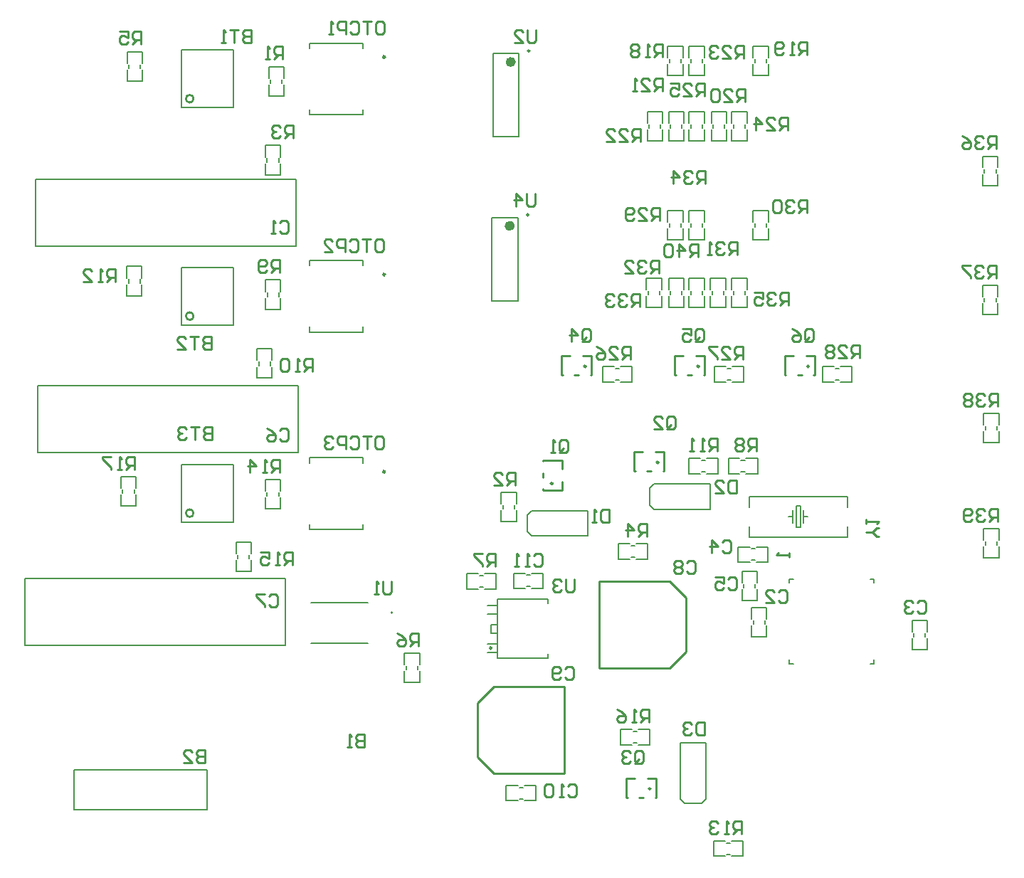
<source format=gbo>
G04*
G04 #@! TF.GenerationSoftware,Altium Limited,Altium Designer,18.0.7 (293)*
G04*
G04 Layer_Color=32896*
%FSTAX24Y24*%
%MOIN*%
G70*
G01*
G75*
%ADD11C,0.0100*%
%ADD12C,0.0050*%
%ADD66C,0.0236*%
%ADD85C,0.0098*%
%ADD86C,0.0118*%
%ADD87C,0.0079*%
%ADD88C,0.0070*%
%ADD89C,0.0060*%
D11*
X019055Y035801D02*
G03*
X019055Y035801I-00018J0D01*
G01*
Y026572D02*
G03*
X019055Y026572I-00018J0D01*
G01*
Y045986D02*
G03*
X019055Y045986I-00018J0D01*
G01*
X039923Y013257D02*
X040123D01*
X039323D02*
X039373D01*
X039323D02*
Y014157D01*
X039723D01*
X040673Y013257D02*
X040723D01*
Y014157D01*
X040323D02*
X040723D01*
X040294Y02855D02*
X040494D01*
X039694D02*
X039744D01*
X039694D02*
Y02945D01*
X040094D01*
X041044Y02855D02*
X041094D01*
Y02945D01*
X040694D02*
X041094D01*
X035431Y028254D02*
Y028454D01*
Y029004D02*
Y029054D01*
X036331D01*
Y028654D02*
Y029054D01*
X035431Y027654D02*
Y027704D01*
Y027654D02*
X036331D01*
Y028054D01*
X036894Y033049D02*
X037094D01*
X036294D02*
X036344D01*
X036294D02*
Y033949D01*
X036694D01*
X037644Y033049D02*
X037694D01*
Y033949D01*
X037294D02*
X037694D01*
X047344Y033049D02*
X047544D01*
X046744D02*
X046794D01*
X046744D02*
Y033949D01*
X047144D01*
X048094Y033049D02*
X048144D01*
Y033949D01*
X047744D02*
X048144D01*
X042194Y033049D02*
X042394D01*
X041594D02*
X041644D01*
X041594D02*
Y033949D01*
X041994D01*
X042944Y033049D02*
X042994D01*
Y033949D01*
X042594D02*
X042994D01*
X036422Y014372D02*
Y018428D01*
X032367Y015128D02*
X033122Y014372D01*
X036422D01*
X032367Y015128D02*
Y017672D01*
X033122Y018428D01*
X036422D01*
X038067Y019322D02*
Y023378D01*
X041367D02*
X042122Y022622D01*
X038067Y023378D02*
X041367D01*
X042122Y020078D02*
Y022622D01*
X041367Y019322D02*
X042122Y020078D01*
X038067Y019322D02*
X041367D01*
X022601Y022667D02*
X022701Y022767D01*
X022901D01*
X023001Y022667D01*
Y022267D01*
X022901Y022167D01*
X022701D01*
X022601Y022267D01*
X022401Y022767D02*
X022001D01*
Y022667D01*
X022401Y022267D01*
Y022167D01*
X023081Y030431D02*
X023181Y030531D01*
X023381D01*
X023481Y030431D01*
Y030031D01*
X023381Y029931D01*
X023181D01*
X023081Y030031D01*
X022481Y030531D02*
X022681Y030431D01*
X022881Y030231D01*
Y030031D01*
X022781Y029931D01*
X022581D01*
X022481Y030031D01*
Y030131D01*
X022581Y030231D01*
X022881D01*
X023105Y040183D02*
X023205Y040283D01*
X023405D01*
X023505Y040183D01*
Y039783D01*
X023405Y039683D01*
X023205D01*
X023105Y039783D01*
X022905Y039683D02*
X022705D01*
X022805D01*
Y040283D01*
X022905Y040183D01*
X015391Y037407D02*
Y038007D01*
X015091D01*
X014991Y037907D01*
Y037707D01*
X015091Y037607D01*
X015391D01*
X015191D02*
X014991Y037407D01*
X014791D02*
X014591D01*
X014691D01*
Y038007D01*
X014791Y037907D01*
X013891Y037407D02*
X014291D01*
X013891Y037807D01*
Y037907D01*
X013991Y038007D01*
X014191D01*
X014291Y037907D01*
X019879Y03485D02*
Y03425D01*
X019579D01*
X019479Y03435D01*
Y03445D01*
X019579Y03455D01*
X019879D01*
X019579D01*
X019479Y03465D01*
Y03475D01*
X019579Y03485D01*
X019879D01*
X019279D02*
X018879D01*
X019079D01*
Y03425D01*
X018279D02*
X018679D01*
X018279Y03465D01*
Y03475D01*
X018379Y03485D01*
X018579D01*
X018679Y03475D01*
X023721Y044128D02*
Y044728D01*
X023421D01*
X023321Y044628D01*
Y044428D01*
X023421Y044328D01*
X023721D01*
X023521D02*
X023321Y044128D01*
X023121Y044628D02*
X023021Y044728D01*
X022822D01*
X022722Y044628D01*
Y044528D01*
X022822Y044428D01*
X022922D01*
X022822D01*
X022722Y044328D01*
Y044228D01*
X022822Y044128D01*
X023021D01*
X023121Y044228D01*
X028325Y023393D02*
Y022893D01*
X028225Y022793D01*
X028025D01*
X027925Y022893D01*
Y023393D01*
X027725Y022793D02*
X027525D01*
X027625D01*
Y023393D01*
X027725Y023293D01*
X016299Y028618D02*
Y029218D01*
X015999D01*
X015899Y029118D01*
Y028918D01*
X015999Y028818D01*
X016299D01*
X016099D02*
X015899Y028618D01*
X015699D02*
X015499D01*
X015599D01*
Y029218D01*
X015699Y029118D01*
X015199Y029218D02*
X0148D01*
Y029118D01*
X015199Y028718D01*
Y028618D01*
X023678Y024136D02*
Y024736D01*
X023378D01*
X023278Y024636D01*
Y024436D01*
X023378Y024336D01*
X023678D01*
X023478D02*
X023278Y024136D01*
X023078D02*
X022878D01*
X022978D01*
Y024736D01*
X023078Y024636D01*
X022178Y024736D02*
X022578D01*
Y024436D01*
X022378Y024536D01*
X022278D01*
X022178Y024436D01*
Y024236D01*
X022278Y024136D01*
X022478D01*
X022578Y024236D01*
X023075Y028493D02*
Y029093D01*
X022775D01*
X022675Y028993D01*
Y028793D01*
X022775Y028693D01*
X023075D01*
X022875D02*
X022675Y028493D01*
X022475D02*
X022275D01*
X022375D01*
Y029093D01*
X022475Y028993D01*
X021675Y028493D02*
Y029093D01*
X021975Y028793D01*
X021575D01*
X024607Y033222D02*
Y033822D01*
X024307D01*
X024207Y033722D01*
Y033522D01*
X024307Y033422D01*
X024607D01*
X024407D02*
X024207Y033222D01*
X024007D02*
X023807D01*
X023907D01*
Y033822D01*
X024007Y033722D01*
X023507D02*
X023407Y033822D01*
X023208D01*
X023108Y033722D01*
Y033322D01*
X023208Y033222D01*
X023407D01*
X023507Y033322D01*
Y033722D01*
X023073Y037841D02*
Y038441D01*
X022773D01*
X022673Y038341D01*
Y038141D01*
X022773Y038041D01*
X023073D01*
X022873D02*
X022673Y037841D01*
X022473Y037941D02*
X022373Y037841D01*
X022173D01*
X022073Y037941D01*
Y038341D01*
X022173Y038441D01*
X022373D01*
X022473Y038341D01*
Y038241D01*
X022373Y038141D01*
X022073D01*
X029579Y020344D02*
Y020944D01*
X029279D01*
X029179Y020844D01*
Y020644D01*
X029279Y020544D01*
X029579D01*
X029379D02*
X029179Y020344D01*
X028579Y020944D02*
X028779Y020844D01*
X028979Y020644D01*
Y020444D01*
X028879Y020344D01*
X028679D01*
X028579Y020444D01*
Y020544D01*
X028679Y020644D01*
X028979D01*
X016585Y048537D02*
Y049137D01*
X016285D01*
X016185Y049037D01*
Y048837D01*
X016285Y048737D01*
X016585D01*
X016385D02*
X016185Y048537D01*
X015585Y049137D02*
X015985D01*
Y048837D01*
X015785Y048937D01*
X015685D01*
X015585Y048837D01*
Y048637D01*
X015685Y048537D01*
X015885D01*
X015985Y048637D01*
X023229Y047834D02*
Y048434D01*
X022929D01*
X022829Y048334D01*
Y048134D01*
X022929Y048034D01*
X023229D01*
X023029D02*
X022829Y047834D01*
X02263D02*
X02243D01*
X02253D01*
Y048434D01*
X02263Y048334D01*
X027672Y030173D02*
X027872D01*
X027972Y030073D01*
Y029673D01*
X027872Y029573D01*
X027672D01*
X027572Y029673D01*
Y030073D01*
X027672Y030173D01*
X027373D02*
X026973D01*
X027173D01*
Y029573D01*
X026373Y030073D02*
X026473Y030173D01*
X026673D01*
X026773Y030073D01*
Y029673D01*
X026673Y029573D01*
X026473D01*
X026373Y029673D01*
X026173Y029573D02*
Y030173D01*
X025873D01*
X025773Y030073D01*
Y029873D01*
X025873Y029773D01*
X026173D01*
X025573Y030073D02*
X025473Y030173D01*
X025273D01*
X025173Y030073D01*
Y029973D01*
X025273Y029873D01*
X025373D01*
X025273D01*
X025173Y029773D01*
Y029673D01*
X025273Y029573D01*
X025473D01*
X025573Y029673D01*
X027672Y039416D02*
X027872D01*
X027972Y039316D01*
Y038916D01*
X027872Y038816D01*
X027672D01*
X027572Y038916D01*
Y039316D01*
X027672Y039416D01*
X027372D02*
X026972D01*
X027172D01*
Y038816D01*
X026372Y039316D02*
X026472Y039416D01*
X026672D01*
X026772Y039316D01*
Y038916D01*
X026672Y038816D01*
X026472D01*
X026372Y038916D01*
X026172Y038816D02*
Y039416D01*
X025872D01*
X025772Y039316D01*
Y039116D01*
X025872Y039016D01*
X026172D01*
X025173Y038816D02*
X025572D01*
X025173Y039216D01*
Y039316D01*
X025272Y039416D01*
X025472D01*
X025572Y039316D01*
X027675Y049599D02*
X027875D01*
X027975Y049499D01*
Y049099D01*
X027875Y048999D01*
X027675D01*
X027575Y049099D01*
Y049499D01*
X027675Y049599D01*
X027375D02*
X026975D01*
X027175D01*
Y048999D01*
X026376Y049499D02*
X026476Y049599D01*
X026676D01*
X026776Y049499D01*
Y049099D01*
X026676Y048999D01*
X026476D01*
X026376Y049099D01*
X026176Y048999D02*
Y049599D01*
X025876D01*
X025776Y049499D01*
Y049299D01*
X025876Y049199D01*
X026176D01*
X025576Y048999D02*
X025376D01*
X025476D01*
Y049599D01*
X025576Y049499D01*
X019914Y030623D02*
Y030024D01*
X019614D01*
X019514Y030124D01*
Y030224D01*
X019614Y030324D01*
X019914D01*
X019614D01*
X019514Y030423D01*
Y030523D01*
X019614Y030623D01*
X019914D01*
X019314D02*
X018915D01*
X019114D01*
Y030024D01*
X018715Y030523D02*
X018615Y030623D01*
X018415D01*
X018315Y030523D01*
Y030423D01*
X018415Y030324D01*
X018515D01*
X018415D01*
X018315Y030224D01*
Y030124D01*
X018415Y030024D01*
X018615D01*
X018715Y030124D01*
X02176Y0492D02*
Y0486D01*
X02146D01*
X02136Y0487D01*
Y0488D01*
X02146Y0489D01*
X02176D01*
X02146D01*
X02136Y049D01*
Y0491D01*
X02146Y0492D01*
X02176D01*
X02116D02*
X02076D01*
X02096D01*
Y0486D01*
X02056D02*
X02036D01*
X02046D01*
Y0492D01*
X02056Y0491D01*
X019605Y015486D02*
Y014886D01*
X019305D01*
X019205Y014986D01*
Y015086D01*
X019305Y015186D01*
X019605D01*
X019305D01*
X019205Y015286D01*
Y015386D01*
X019305Y015486D01*
X019605D01*
X018605Y014886D02*
X019005D01*
X018605Y015286D01*
Y015386D01*
X018705Y015486D01*
X018905D01*
X019005Y015386D01*
X027056Y0162D02*
Y0156D01*
X026756D01*
X026656Y0157D01*
Y0158D01*
X026756Y0159D01*
X027056D01*
X026756D01*
X026656Y016D01*
Y0161D01*
X026756Y0162D01*
X027056D01*
X026456Y0156D02*
X026256D01*
X026356D01*
Y0162D01*
X026456Y0161D01*
X040274Y02547D02*
Y02607D01*
X039975D01*
X039875Y02597D01*
Y02577D01*
X039975Y02567D01*
X040274D01*
X040075D02*
X039875Y02547D01*
X039375D02*
Y02607D01*
X039675Y02577D01*
X039275D01*
X034114Y02788D02*
Y02848D01*
X033815D01*
X033715Y02838D01*
Y02818D01*
X033815Y02808D01*
X034114D01*
X033915D02*
X033715Y02788D01*
X033115D02*
X033515D01*
X033115Y02828D01*
Y02838D01*
X033215Y02848D01*
X033415D01*
X033515Y02838D01*
X0362Y0295D02*
Y0299D01*
X0363Y03D01*
X0365D01*
X0366Y0299D01*
Y0295D01*
X0365Y0294D01*
X0363D01*
X0364Y0296D02*
X0362Y0294D01*
X0363D02*
X0362Y0295D01*
X036Y0294D02*
X0358D01*
X0359D01*
Y03D01*
X036Y0299D01*
X038511Y02673D02*
Y02613D01*
X038211D01*
X038111Y02623D01*
Y02663D01*
X038211Y02673D01*
X038511D01*
X037911Y02613D02*
X037711D01*
X037811D01*
Y02673D01*
X037911Y02663D01*
X036904Y02348D02*
Y02298D01*
X036804Y02288D01*
X036604D01*
X036504Y02298D01*
Y02348D01*
X036305Y02338D02*
X036205Y02348D01*
X036005D01*
X035905Y02338D01*
Y02328D01*
X036005Y02318D01*
X036105D01*
X036005D01*
X035905Y02308D01*
Y02298D01*
X036005Y02288D01*
X036205D01*
X036305Y02298D01*
X051163Y025468D02*
X051063D01*
X050863Y025668D01*
X051063Y025868D01*
X051163D01*
X050863Y025668D02*
X050563D01*
Y026068D02*
Y026268D01*
Y026168D01*
X051163D01*
X051063Y026068D01*
X035054Y041544D02*
Y041045D01*
X034954Y040945D01*
X034754D01*
X034654Y041045D01*
Y041544D01*
X034154Y040945D02*
Y041544D01*
X034454Y041245D01*
X034054D01*
X035104Y049222D02*
Y048722D01*
X035005Y048622D01*
X034805D01*
X034705Y048722D01*
Y049222D01*
X034105Y048622D02*
X034505D01*
X034105Y049022D01*
Y049122D01*
X034205Y049222D01*
X034405D01*
X034505Y049122D01*
X042696Y038563D02*
Y039163D01*
X042396D01*
X042296Y039063D01*
Y038863D01*
X042396Y038763D01*
X042696D01*
X042496D02*
X042296Y038563D01*
X041796D02*
Y039163D01*
X042096Y038863D01*
X041696D01*
X041496Y039063D02*
X041396Y039163D01*
X041196D01*
X041096Y039063D01*
Y038663D01*
X041196Y038563D01*
X041396D01*
X041496Y038663D01*
Y039063D01*
X056714Y02618D02*
Y02678D01*
X056415D01*
X056315Y02668D01*
Y02648D01*
X056415Y02638D01*
X056714D01*
X056515D02*
X056315Y02618D01*
X056115Y02668D02*
X056015Y02678D01*
X055815D01*
X055715Y02668D01*
Y02658D01*
X055815Y02648D01*
X055915D01*
X055815D01*
X055715Y02638D01*
Y02628D01*
X055815Y02618D01*
X056015D01*
X056115Y02628D01*
X055515D02*
X055415Y02618D01*
X055215D01*
X055115Y02628D01*
Y02668D01*
X055215Y02678D01*
X055415D01*
X055515Y02668D01*
Y02658D01*
X055415Y02648D01*
X055115D01*
X056714Y03158D02*
Y03218D01*
X056415D01*
X056315Y03208D01*
Y03188D01*
X056415Y03178D01*
X056714D01*
X056515D02*
X056315Y03158D01*
X056115Y03208D02*
X056015Y03218D01*
X055815D01*
X055715Y03208D01*
Y03198D01*
X055815Y03188D01*
X055915D01*
X055815D01*
X055715Y03178D01*
Y03168D01*
X055815Y03158D01*
X056015D01*
X056115Y03168D01*
X055515Y03208D02*
X055415Y03218D01*
X055215D01*
X055115Y03208D01*
Y03198D01*
X055215Y03188D01*
X055115Y03178D01*
Y03168D01*
X055215Y03158D01*
X055415D01*
X055515Y03168D01*
Y03178D01*
X055415Y03188D01*
X055515Y03198D01*
Y03208D01*
X055415Y03188D02*
X055215D01*
X056664Y03758D02*
Y03818D01*
X056365D01*
X056265Y03808D01*
Y03788D01*
X056365Y03778D01*
X056664D01*
X056465D02*
X056265Y03758D01*
X056065Y03808D02*
X055965Y03818D01*
X055765D01*
X055665Y03808D01*
Y03798D01*
X055765Y03788D01*
X055865D01*
X055765D01*
X055665Y03778D01*
Y03768D01*
X055765Y03758D01*
X055965D01*
X056065Y03768D01*
X055465Y03818D02*
X055065D01*
Y03808D01*
X055465Y03768D01*
Y03758D01*
X056664Y04363D02*
Y04423D01*
X056365D01*
X056265Y04413D01*
Y04393D01*
X056365Y04383D01*
X056664D01*
X056465D02*
X056265Y04363D01*
X056065Y04413D02*
X055965Y04423D01*
X055765D01*
X055665Y04413D01*
Y04403D01*
X055765Y04393D01*
X055865D01*
X055765D01*
X055665Y04383D01*
Y04373D01*
X055765Y04363D01*
X055965D01*
X056065Y04373D01*
X055065Y04423D02*
X055265Y04413D01*
X055465Y04393D01*
Y04373D01*
X055365Y04363D01*
X055165D01*
X055065Y04373D01*
Y04383D01*
X055165Y04393D01*
X055465D01*
X046912Y036305D02*
Y036905D01*
X046612D01*
X046512Y036805D01*
Y036605D01*
X046612Y036505D01*
X046912D01*
X046712D02*
X046512Y036305D01*
X046312Y036805D02*
X046212Y036905D01*
X046013D01*
X045913Y036805D01*
Y036705D01*
X046013Y036605D01*
X046112D01*
X046013D01*
X045913Y036505D01*
Y036405D01*
X046013Y036305D01*
X046212D01*
X046312Y036405D01*
X045313Y036905D02*
X045713D01*
Y036605D01*
X045513Y036705D01*
X045413D01*
X045313Y036605D01*
Y036405D01*
X045413Y036305D01*
X045613D01*
X045713Y036405D01*
X043015Y042016D02*
Y042616D01*
X042715D01*
X042615Y042516D01*
Y042316D01*
X042715Y042216D01*
X043015D01*
X042815D02*
X042615Y042016D01*
X042415Y042516D02*
X042315Y042616D01*
X042115D01*
X042015Y042516D01*
Y042416D01*
X042115Y042316D01*
X042215D01*
X042115D01*
X042015Y042216D01*
Y042116D01*
X042115Y042016D01*
X042315D01*
X042415Y042116D01*
X041515Y042016D02*
Y042616D01*
X041815Y042316D01*
X041415D01*
X039961Y03623D02*
Y03683D01*
X039662D01*
X039562Y03673D01*
Y03653D01*
X039662Y03643D01*
X039961D01*
X039761D02*
X039562Y03623D01*
X039362Y03673D02*
X039262Y03683D01*
X039062D01*
X038962Y03673D01*
Y03663D01*
X039062Y03653D01*
X039162D01*
X039062D01*
X038962Y03643D01*
Y03633D01*
X039062Y03623D01*
X039262D01*
X039362Y03633D01*
X038762Y03673D02*
X038662Y03683D01*
X038462D01*
X038362Y03673D01*
Y03663D01*
X038462Y03653D01*
X038562D01*
X038462D01*
X038362Y03643D01*
Y03633D01*
X038462Y03623D01*
X038662D01*
X038762Y03633D01*
X040867Y037825D02*
Y038425D01*
X040567D01*
X040467Y038325D01*
Y038125D01*
X040567Y038025D01*
X040867D01*
X040667D02*
X040467Y037825D01*
X040267Y038325D02*
X040167Y038425D01*
X039967D01*
X039867Y038325D01*
Y038225D01*
X039967Y038125D01*
X040067D01*
X039967D01*
X039867Y038025D01*
Y037925D01*
X039967Y037825D01*
X040167D01*
X040267Y037925D01*
X039267Y037825D02*
X039667D01*
X039267Y038225D01*
Y038325D01*
X039367Y038425D01*
X039567D01*
X039667Y038325D01*
X044522Y038665D02*
Y039265D01*
X044223D01*
X044123Y039165D01*
Y038965D01*
X044223Y038865D01*
X044522D01*
X044323D02*
X044123Y038665D01*
X043923Y039165D02*
X043823Y039265D01*
X043623D01*
X043523Y039165D01*
Y039065D01*
X043623Y038965D01*
X043723D01*
X043623D01*
X043523Y038865D01*
Y038765D01*
X043623Y038665D01*
X043823D01*
X043923Y038765D01*
X043323Y038665D02*
X043123D01*
X043223D01*
Y039265D01*
X043323Y039165D01*
X04779Y040646D02*
Y041245D01*
X04749D01*
X04739Y041146D01*
Y040946D01*
X04749Y040846D01*
X04779D01*
X04759D02*
X04739Y040646D01*
X04719Y041146D02*
X04709Y041245D01*
X04689D01*
X04679Y041146D01*
Y041046D01*
X04689Y040946D01*
X04699D01*
X04689D01*
X04679Y040846D01*
Y040746D01*
X04689Y040646D01*
X04709D01*
X04719Y040746D01*
X046591Y041146D02*
X046491Y041245D01*
X046291D01*
X046191Y041146D01*
Y040746D01*
X046291Y040646D01*
X046491D01*
X046591Y040746D01*
Y041146D01*
X040883Y040262D02*
Y040862D01*
X040583D01*
X040483Y040762D01*
Y040562D01*
X040583Y040462D01*
X040883D01*
X040683D02*
X040483Y040262D01*
X039883D02*
X040283D01*
X039883Y040662D01*
Y040762D01*
X039983Y040862D01*
X040183D01*
X040283Y040762D01*
X039683Y040362D02*
X039583Y040262D01*
X039383D01*
X039283Y040362D01*
Y040762D01*
X039383Y040862D01*
X039583D01*
X039683Y040762D01*
Y040662D01*
X039583Y040562D01*
X039283D01*
X050243Y033854D02*
Y034454D01*
X049943D01*
X049843Y034354D01*
Y034154D01*
X049943Y034054D01*
X050243D01*
X050043D02*
X049843Y033854D01*
X049243D02*
X049643D01*
X049243Y034254D01*
Y034354D01*
X049343Y034454D01*
X049543D01*
X049643Y034354D01*
X049043D02*
X048943Y034454D01*
X048743D01*
X048643Y034354D01*
Y034254D01*
X048743Y034154D01*
X048643Y034054D01*
Y033954D01*
X048743Y033854D01*
X048943D01*
X049043Y033954D01*
Y034054D01*
X048943Y034154D01*
X049043Y034254D01*
Y034354D01*
X048943Y034154D02*
X048743D01*
X044774Y03377D02*
Y03437D01*
X044475D01*
X044375Y03427D01*
Y03407D01*
X044475Y03397D01*
X044774D01*
X044575D02*
X044375Y03377D01*
X043775D02*
X044175D01*
X043775Y03417D01*
Y03427D01*
X043875Y03437D01*
X044075D01*
X044175Y03427D01*
X043575Y03437D02*
X043175D01*
Y03427D01*
X043575Y03387D01*
Y03377D01*
X039524D02*
Y03437D01*
X039225D01*
X039125Y03427D01*
Y03407D01*
X039225Y03397D01*
X039524D01*
X039325D02*
X039125Y03377D01*
X038525D02*
X038925D01*
X038525Y03417D01*
Y03427D01*
X038625Y03437D01*
X038825D01*
X038925Y03427D01*
X037925Y03437D02*
X038125Y03427D01*
X038325Y03407D01*
Y03387D01*
X038225Y03377D01*
X038025D01*
X037925Y03387D01*
Y03397D01*
X038025Y03407D01*
X038325D01*
X042997Y04612D02*
Y04672D01*
X042697D01*
X042597Y04662D01*
Y04642D01*
X042697Y04632D01*
X042997D01*
X042797D02*
X042597Y04612D01*
X041997D02*
X042397D01*
X041997Y04652D01*
Y04662D01*
X042097Y04672D01*
X042297D01*
X042397Y04662D01*
X041397Y04672D02*
X041797D01*
Y04642D01*
X041597Y04652D01*
X041497D01*
X041397Y04642D01*
Y04622D01*
X041497Y04612D01*
X041697D01*
X041797Y04622D01*
X046904Y044512D02*
Y045112D01*
X046604D01*
X046504Y045012D01*
Y044812D01*
X046604Y044712D01*
X046904D01*
X046704D02*
X046504Y044512D01*
X045905D02*
X046305D01*
X045905Y044912D01*
Y045012D01*
X046005Y045112D01*
X046205D01*
X046305Y045012D01*
X045405Y044512D02*
Y045112D01*
X045705Y044812D01*
X045305D01*
X044818Y047866D02*
Y048466D01*
X044518D01*
X044418Y048366D01*
Y048166D01*
X044518Y048066D01*
X044818D01*
X044618D02*
X044418Y047866D01*
X043818D02*
X044218D01*
X043818Y048266D01*
Y048366D01*
X043918Y048466D01*
X044118D01*
X044218Y048366D01*
X043618D02*
X043518Y048466D01*
X043318D01*
X043218Y048366D01*
Y048266D01*
X043318Y048166D01*
X043418D01*
X043318D01*
X043218Y048066D01*
Y047966D01*
X043318Y047866D01*
X043518D01*
X043618Y047966D01*
X039995Y04399D02*
Y04459D01*
X039695D01*
X039595Y04449D01*
Y04429D01*
X039695Y04419D01*
X039995D01*
X039795D02*
X039595Y04399D01*
X038995D02*
X039395D01*
X038995Y04439D01*
Y04449D01*
X039095Y04459D01*
X039295D01*
X039395Y04449D01*
X038395Y04399D02*
X038795D01*
X038395Y04439D01*
Y04449D01*
X038495Y04459D01*
X038695D01*
X038795Y04449D01*
X041007Y046344D02*
Y046944D01*
X040707D01*
X040607Y046844D01*
Y046644D01*
X040707Y046544D01*
X041007D01*
X040807D02*
X040607Y046344D01*
X040007D02*
X040407D01*
X040007Y046744D01*
Y046844D01*
X040107Y046944D01*
X040307D01*
X040407Y046844D01*
X039807Y046344D02*
X039607D01*
X039707D01*
Y046944D01*
X039807Y046844D01*
X044893Y045854D02*
Y046454D01*
X044593D01*
X044493Y046354D01*
Y046154D01*
X044593Y046054D01*
X044893D01*
X044693D02*
X044493Y045854D01*
X043893D02*
X044293D01*
X043893Y046254D01*
Y046354D01*
X043993Y046454D01*
X044193D01*
X044293Y046354D01*
X043693D02*
X043593Y046454D01*
X043393D01*
X043293Y046354D01*
Y045954D01*
X043393Y045854D01*
X043593D01*
X043693Y045954D01*
Y046354D01*
X047788Y048037D02*
Y048637D01*
X047488D01*
X047388Y048537D01*
Y048337D01*
X047488Y048237D01*
X047788D01*
X047588D02*
X047388Y048037D01*
X047188D02*
X046988D01*
X047088D01*
Y048637D01*
X047188Y048537D01*
X046689Y048137D02*
X046589Y048037D01*
X046389D01*
X046289Y048137D01*
Y048537D01*
X046389Y048637D01*
X046589D01*
X046689Y048537D01*
Y048437D01*
X046589Y048337D01*
X046289D01*
X041007Y047929D02*
Y048529D01*
X040707D01*
X040607Y048429D01*
Y048229D01*
X040707Y048129D01*
X041007D01*
X040807D02*
X040607Y047929D01*
X040407D02*
X040207D01*
X040307D01*
Y048529D01*
X040407Y048429D01*
X039907D02*
X039807Y048529D01*
X039607D01*
X039507Y048429D01*
Y048329D01*
X039607Y048229D01*
X039507Y048129D01*
Y048029D01*
X039607Y047929D01*
X039807D01*
X039907Y048029D01*
Y048129D01*
X039807Y048229D01*
X039907Y048329D01*
Y048429D01*
X039807Y048229D02*
X039607D01*
X040374Y01677D02*
Y01737D01*
X040075D01*
X039975Y01727D01*
Y01707D01*
X040075Y01697D01*
X040374D01*
X040175D02*
X039975Y01677D01*
X039775D02*
X039575D01*
X039675D01*
Y01737D01*
X039775Y01727D01*
X038875Y01737D02*
X039075Y01727D01*
X039275Y01707D01*
Y01687D01*
X039175Y01677D01*
X038975D01*
X038875Y01687D01*
Y01697D01*
X038975Y01707D01*
X039275D01*
X044734Y011547D02*
Y012147D01*
X044434D01*
X044334Y012047D01*
Y011847D01*
X044434Y011747D01*
X044734D01*
X044534D02*
X044334Y011547D01*
X044134D02*
X043934D01*
X044034D01*
Y012147D01*
X044134Y012047D01*
X043634D02*
X043534Y012147D01*
X043334D01*
X043234Y012047D01*
Y011947D01*
X043334Y011847D01*
X043434D01*
X043334D01*
X043234Y011747D01*
Y011647D01*
X043334Y011547D01*
X043534D01*
X043634Y011647D01*
X043573Y029468D02*
Y030068D01*
X043273D01*
X043173Y029968D01*
Y029768D01*
X043273Y029668D01*
X043573D01*
X043373D02*
X043173Y029468D01*
X042973D02*
X042773D01*
X042873D01*
Y030068D01*
X042973Y029968D01*
X042473Y029468D02*
X042273D01*
X042373D01*
Y030068D01*
X042473Y029968D01*
X045421Y029471D02*
Y030071D01*
X045121D01*
X045021Y029971D01*
Y029771D01*
X045121Y029671D01*
X045421D01*
X045221D02*
X045021Y029471D01*
X044821Y029971D02*
X044721Y030071D01*
X044521D01*
X044421Y029971D01*
Y029871D01*
X044521Y029771D01*
X044421Y029671D01*
Y029571D01*
X044521Y029471D01*
X044721D01*
X044821Y029571D01*
Y029671D01*
X044721Y029771D01*
X044821Y029871D01*
Y029971D01*
X044721Y029771D02*
X044521D01*
X033174Y02407D02*
Y02467D01*
X032875D01*
X032775Y02457D01*
Y02437D01*
X032875Y02427D01*
X033174D01*
X032975D02*
X032775Y02407D01*
X032575Y02467D02*
X032175D01*
Y02457D01*
X032575Y02417D01*
Y02407D01*
X047695Y034717D02*
Y035117D01*
X047795Y035217D01*
X047995D01*
X048094Y035117D01*
Y034717D01*
X047995Y034617D01*
X047795D01*
X047895Y034817D02*
X047695Y034617D01*
X047795D02*
X047695Y034717D01*
X047095Y035217D02*
X047295Y035117D01*
X047495Y034917D01*
Y034717D01*
X047395Y034617D01*
X047195D01*
X047095Y034717D01*
Y034817D01*
X047195Y034917D01*
X047495D01*
X042545Y034717D02*
Y035117D01*
X042645Y035217D01*
X042845D01*
X042944Y035117D01*
Y034717D01*
X042845Y034617D01*
X042645D01*
X042745Y034817D02*
X042545Y034617D01*
X042645D02*
X042545Y034717D01*
X041945Y035217D02*
X042345D01*
Y034917D01*
X042145Y035017D01*
X042045D01*
X041945Y034917D01*
Y034717D01*
X042045Y034617D01*
X042245D01*
X042345Y034717D01*
X037245D02*
Y035117D01*
X037345Y035217D01*
X037545D01*
X037644Y035117D01*
Y034717D01*
X037545Y034617D01*
X037345D01*
X037445Y034817D02*
X037245Y034617D01*
X037345D02*
X037245Y034717D01*
X036745Y034617D02*
Y035217D01*
X037045Y034917D01*
X036645D01*
X039735Y014942D02*
Y015342D01*
X039835Y015442D01*
X040035D01*
X040135Y015342D01*
Y014942D01*
X040035Y014843D01*
X039835D01*
X039935Y015042D02*
X039735Y014843D01*
X039835D02*
X039735Y014942D01*
X039535Y015342D02*
X039435Y015442D01*
X039235D01*
X039135Y015342D01*
Y015242D01*
X039235Y015142D01*
X039335D01*
X039235D01*
X039135Y015042D01*
Y014942D01*
X039235Y014843D01*
X039435D01*
X039535Y014942D01*
X041215Y03061D02*
Y03101D01*
X041315Y03111D01*
X041515D01*
X041614Y03101D01*
Y03061D01*
X041515Y03051D01*
X041315D01*
X041415Y03071D02*
X041215Y03051D01*
X041315D02*
X041215Y03061D01*
X040615Y03051D02*
X041015D01*
X040615Y03091D01*
Y03101D01*
X040715Y03111D01*
X040915D01*
X041015Y03101D01*
X042979Y016761D02*
Y016161D01*
X042679D01*
X042579Y016261D01*
Y016661D01*
X042679Y016761D01*
X042979D01*
X042379Y016661D02*
X042279Y016761D01*
X042079D01*
X041979Y016661D01*
Y016561D01*
X042079Y016461D01*
X042179D01*
X042079D01*
X041979Y016361D01*
Y016261D01*
X042079Y016161D01*
X042279D01*
X042379Y016261D01*
X044489Y028108D02*
Y027508D01*
X044189D01*
X044089Y027608D01*
Y028008D01*
X044189Y028108D01*
X044489D01*
X043489Y027508D02*
X043889D01*
X043489Y027908D01*
Y028008D01*
X043589Y028108D01*
X043789D01*
X043889Y028008D01*
X034975Y02459D02*
X035075Y02469D01*
X035275D01*
X035374Y02459D01*
Y02419D01*
X035275Y02409D01*
X035075D01*
X034975Y02419D01*
X034775Y02409D02*
X034575D01*
X034675D01*
Y02469D01*
X034775Y02459D01*
X034275Y02409D02*
X034075D01*
X034175D01*
Y02469D01*
X034275Y02459D01*
X036585Y013789D02*
X036685Y013889D01*
X036885D01*
X036985Y013789D01*
Y013389D01*
X036885Y013289D01*
X036685D01*
X036585Y013389D01*
X036385Y013289D02*
X036185D01*
X036285D01*
Y013889D01*
X036385Y013789D01*
X035885D02*
X035785Y013889D01*
X035585D01*
X035486Y013789D01*
Y013389D01*
X035585Y013289D01*
X035785D01*
X035885Y013389D01*
Y013789D01*
X036455Y01928D02*
X036555Y01938D01*
X036755D01*
X036854Y01928D01*
Y01888D01*
X036755Y01878D01*
X036555D01*
X036455Y01888D01*
X036255D02*
X036155Y01878D01*
X035955D01*
X035855Y01888D01*
Y01928D01*
X035955Y01938D01*
X036155D01*
X036255Y01928D01*
Y01918D01*
X036155Y01908D01*
X035855D01*
X042155Y02423D02*
X042255Y02433D01*
X042455D01*
X042554Y02423D01*
Y02383D01*
X042455Y02373D01*
X042255D01*
X042155Y02383D01*
X041955Y02423D02*
X041855Y02433D01*
X041655D01*
X041555Y02423D01*
Y02413D01*
X041655Y02403D01*
X041555Y02393D01*
Y02383D01*
X041655Y02373D01*
X041855D01*
X041955Y02383D01*
Y02393D01*
X041855Y02403D01*
X041955Y02413D01*
Y02423D01*
X041855Y02403D02*
X041655D01*
X044103Y023462D02*
X044203Y023562D01*
X044403D01*
X044503Y023462D01*
Y023063D01*
X044403Y022963D01*
X044203D01*
X044103Y023063D01*
X043503Y023562D02*
X043903D01*
Y023263D01*
X043703Y023362D01*
X043603D01*
X043503Y023263D01*
Y023063D01*
X043603Y022963D01*
X043803D01*
X043903Y023063D01*
X043833Y025203D02*
X043933Y025303D01*
X044133D01*
X044233Y025203D01*
Y024803D01*
X044133Y024703D01*
X043933D01*
X043833Y024803D01*
X043333Y024703D02*
Y025303D01*
X043633Y025003D01*
X043233D01*
X052947Y022386D02*
X053047Y022486D01*
X053247D01*
X053347Y022386D01*
Y021986D01*
X053247Y021886D01*
X053047D01*
X052947Y021986D01*
X052747Y022386D02*
X052647Y022486D01*
X052447D01*
X052347Y022386D01*
Y022286D01*
X052447Y022186D01*
X052547D01*
X052447D01*
X052347Y022086D01*
Y021986D01*
X052447Y021886D01*
X052647D01*
X052747Y021986D01*
X046443Y022886D02*
X046543Y022986D01*
X046743D01*
X046843Y022886D01*
Y022486D01*
X046743Y022386D01*
X046543D01*
X046443Y022486D01*
X045844Y022386D02*
X046244D01*
X045844Y022786D01*
Y022886D01*
X045944Y022986D01*
X046144D01*
X046244Y022886D01*
X046944Y024705D02*
Y024505D01*
Y024605D01*
X046345D01*
X046445Y024705D01*
D12*
X024491Y025811D02*
X026971D01*
X026981Y025812D02*
Y026049D01*
X024481Y025812D02*
Y026049D01*
X026981Y028923D02*
Y029161D01*
X024481D02*
X026981D01*
X024481Y028923D02*
Y029161D01*
X024491Y045241D02*
X026971D01*
X026981Y045243D02*
Y045479D01*
X024481Y045243D02*
Y045479D01*
X026981Y048353D02*
Y048591D01*
X024481D02*
X026981D01*
X024481Y048353D02*
Y048591D01*
X024491Y035056D02*
X026971D01*
X026981Y035058D02*
Y035294D01*
X024481Y035058D02*
Y035294D01*
X026981Y038168D02*
Y038406D01*
X024481D02*
X026981D01*
X024481Y038168D02*
Y038406D01*
X024542Y022386D02*
X027219D01*
X024542Y020465D02*
X027219D01*
X035666Y019772D02*
Y019969D01*
Y022331D02*
Y022528D01*
X033304Y019772D02*
Y022528D01*
X032831Y021859D02*
X033304D01*
Y022252D01*
X032831D02*
X033304D01*
X032989Y020953D02*
X033304D01*
Y021347D01*
X032989D02*
X033304D01*
X032989Y020953D02*
Y021347D01*
X032831Y020441D02*
X033304D01*
Y020048D02*
Y020441D01*
X032831Y020048D02*
X033304D01*
Y022528D02*
X035666D01*
X033304Y019772D02*
X035666D01*
X045088Y027348D02*
X049688D01*
X045088Y025448D02*
Y025948D01*
Y026848D02*
Y027348D01*
X049688Y026848D02*
Y027348D01*
X046938Y026398D02*
X047138D01*
Y026098D02*
Y026698D01*
X047288Y025898D02*
Y026898D01*
X047488D01*
Y025898D02*
Y026898D01*
X047288Y025898D02*
X047488D01*
X047638Y026098D02*
Y026698D01*
Y026398D02*
X047838D01*
X045088Y025448D02*
X049688D01*
Y025948D01*
D66*
X033979Y040027D02*
G03*
X033979Y040027I-000118J0D01*
G01*
X034029Y047707D02*
G03*
X034029Y047707I-000118J0D01*
G01*
D85*
X040472Y013657D02*
G03*
X040472Y013657I-000049J0D01*
G01*
X040843Y02895D02*
G03*
X040843Y02895I-000049J0D01*
G01*
X03588Y027954D02*
G03*
X03588Y027954I-000049J0D01*
G01*
X033019Y02025D02*
G03*
X033019Y02025I-000049J0D01*
G01*
X034757Y040546D02*
G03*
X034757Y040546I-000049J0D01*
G01*
X034807Y048227D02*
G03*
X034807Y048227I-000049J0D01*
G01*
X037443Y033449D02*
G03*
X037443Y033449I-000049J0D01*
G01*
X047893D02*
G03*
X047893Y033449I-000049J0D01*
G01*
X042743D02*
G03*
X042743Y033449I-000049J0D01*
G01*
D86*
X028014Y028509D02*
G03*
X028014Y028509I-000039J0D01*
G01*
Y04794D02*
G03*
X028014Y04794I-000039J0D01*
G01*
Y037755D02*
G03*
X028014Y037755I-000039J0D01*
G01*
D87*
X028381Y021917D02*
G03*
X028381Y021917I-000039J0D01*
G01*
X023371Y020389D02*
Y023523D01*
X021221Y020389D02*
X023371D01*
X011171D02*
Y023523D01*
Y020389D02*
X013297D01*
X011171Y023523D02*
X023371D01*
X013297Y020389D02*
X021221D01*
X023942Y029409D02*
Y032543D01*
X021792Y029409D02*
X023942D01*
X011742D02*
Y032543D01*
Y029409D02*
X013868D01*
X011742Y032543D02*
X023942D01*
X013868Y029409D02*
X021792D01*
X023844Y039074D02*
Y042208D01*
X021694Y039074D02*
X023844D01*
X011644D02*
Y042208D01*
Y039074D02*
X01377D01*
X011644Y042208D02*
X023844D01*
X01377Y039074D02*
X021694D01*
X016637Y036752D02*
Y03728D01*
X015927Y036752D02*
X016637D01*
X015927D02*
Y03728D01*
Y037585D02*
Y03813D01*
X016637Y037585D02*
Y03813D01*
X015927D02*
X016637D01*
X022419Y043801D02*
X023129D01*
Y043257D02*
Y043801D01*
X022419Y043257D02*
Y043801D01*
Y042423D02*
Y042951D01*
Y042423D02*
X023129D01*
Y042951D01*
X022735Y032896D02*
Y033424D01*
X022025Y032896D02*
X022735D01*
X022025D02*
Y033424D01*
Y033729D02*
Y034274D01*
X022735Y033729D02*
Y034274D01*
X022025D02*
X022735D01*
X021751Y023841D02*
Y024369D01*
X021041Y023841D02*
X021751D01*
X021041D02*
Y024369D01*
Y024674D02*
Y025219D01*
X021751Y024674D02*
Y025219D01*
X021041D02*
X021751D01*
X022421Y028152D02*
X023131D01*
Y027607D02*
Y028152D01*
X022421Y027607D02*
Y028152D01*
Y026774D02*
Y027302D01*
Y026774D02*
X023131D01*
Y027302D01*
X015649Y028282D02*
X016359D01*
Y027737D02*
Y028282D01*
X015649Y027737D02*
Y028282D01*
Y026904D02*
Y027432D01*
Y026904D02*
X016359D01*
Y027432D01*
X022425Y037504D02*
X023135D01*
Y036959D02*
Y037504D01*
X022425Y036959D02*
Y037504D01*
Y036126D02*
Y036654D01*
Y036126D02*
X023135D01*
Y036654D01*
X01594Y048193D02*
X01665D01*
Y047648D02*
Y048193D01*
X01594Y047648D02*
Y048193D01*
Y046815D02*
Y047343D01*
Y046815D02*
X01665D01*
Y047343D01*
X02258Y04749D02*
X02329D01*
Y046946D02*
Y04749D01*
X02258Y046946D02*
Y04749D01*
Y046112D02*
Y04664D01*
Y046112D02*
X02329D01*
Y04664D01*
X02893Y01863D02*
X02964D01*
X02893D02*
Y019174D01*
X02964Y01863D02*
Y019174D01*
Y01948D02*
Y020008D01*
X02893D02*
X02964D01*
X02893Y01948D02*
Y020008D01*
X038956Y02442D02*
X039484D01*
X038956D02*
Y02513D01*
X039484D01*
X039789D02*
X040333D01*
X039789Y02442D02*
X040333D01*
Y02513D01*
X033464Y027011D02*
Y027539D01*
X034174D01*
Y027011D02*
Y027539D01*
Y026161D02*
Y026706D01*
X033464Y026161D02*
Y026706D01*
Y026161D02*
X034174D01*
X034684Y02649D02*
X034874Y02668D01*
X034684Y0257D02*
X034884Y0255D01*
X034684Y0257D02*
Y026185D01*
X034884Y0255D02*
X037514D01*
Y02668D01*
X034874D02*
X037514D01*
X034684Y026185D02*
Y02649D01*
X049355Y03343D02*
X049883D01*
Y03272D02*
Y03343D01*
X049355Y03272D02*
X049883D01*
X048506D02*
X04905D01*
X048506Y03343D02*
X04905D01*
X048506Y03272D02*
Y03343D01*
X045952Y024286D02*
Y024986D01*
X044572Y024286D02*
Y024986D01*
X045423D02*
X045952D01*
X044572D02*
X045117D01*
X044572Y024286D02*
X045117D01*
X045423D02*
X045952D01*
X040434Y027435D02*
Y02774D01*
X040624Y02793D02*
X043264D01*
Y02675D02*
Y02793D01*
X040634Y02675D02*
X043264D01*
X040434Y02695D02*
Y027435D01*
Y02695D02*
X040634Y02675D01*
X040434Y02774D02*
X040624Y02793D01*
X044744Y022469D02*
X045444D01*
X044744Y023849D02*
X045444D01*
Y022469D02*
Y022999D01*
Y023304D02*
Y023849D01*
X044744Y023304D02*
Y023849D01*
Y022469D02*
Y022999D01*
X045194Y02214D02*
X045894D01*
X045194Y02076D02*
X045894D01*
X045194Y021611D02*
Y02214D01*
Y02076D02*
Y021306D01*
X045894Y02076D02*
Y021306D01*
Y021611D02*
Y02214D01*
X035084Y0131D02*
Y0138D01*
X033704Y0131D02*
Y0138D01*
X034555D02*
X035084D01*
X033704D02*
X03425D01*
X033704Y0131D02*
X03425D01*
X034555D02*
X035084D01*
X045264Y047911D02*
Y048439D01*
X045974D01*
Y047911D02*
Y048439D01*
Y047061D02*
Y047606D01*
X045264Y047061D02*
Y047606D01*
Y047061D02*
X045974D01*
X042264Y047911D02*
Y048439D01*
X042974D01*
Y047911D02*
Y048439D01*
Y047061D02*
Y047606D01*
X042264Y047061D02*
Y047606D01*
Y047061D02*
X042974D01*
X041264Y047911D02*
Y048439D01*
X041974D01*
Y047911D02*
Y048439D01*
Y047061D02*
Y047606D01*
X041264Y047061D02*
Y047606D01*
Y047061D02*
X041974D01*
X042974Y044011D02*
Y044539D01*
X042264Y044011D02*
X042974D01*
X042264D02*
Y044539D01*
Y044844D02*
Y045389D01*
X042974Y044844D02*
Y045389D01*
X042264D02*
X042974D01*
X042024Y044011D02*
Y044539D01*
X041314Y044011D02*
X042024D01*
X041314D02*
Y044539D01*
Y044844D02*
Y045389D01*
X042024Y044844D02*
Y045389D01*
X041314D02*
X042024D01*
X044024Y044011D02*
Y044539D01*
X043314Y044011D02*
X044024D01*
X043314D02*
Y044539D01*
Y044844D02*
Y045389D01*
X044024Y044844D02*
Y045389D01*
X043314D02*
X044024D01*
X044974Y044011D02*
Y044539D01*
X044264Y044011D02*
X044974D01*
X044264D02*
Y044539D01*
Y044844D02*
Y045389D01*
X044974Y044844D02*
Y045389D01*
X044264D02*
X044974D01*
X041024Y044011D02*
Y044539D01*
X040314Y044011D02*
X041024D01*
X040314D02*
Y044539D01*
Y044844D02*
Y045389D01*
X041024Y044844D02*
Y045389D01*
X040314D02*
X041024D01*
X045264Y040211D02*
Y040739D01*
X045974D01*
Y040211D02*
Y040739D01*
Y039361D02*
Y039906D01*
X045264Y039361D02*
Y039906D01*
Y039361D02*
X045974D01*
X042264Y040211D02*
Y040739D01*
X042974D01*
Y040211D02*
Y040739D01*
Y039361D02*
Y039906D01*
X042264Y039361D02*
Y039906D01*
Y039361D02*
X042974D01*
X041264Y040211D02*
Y040739D01*
X041974D01*
Y040211D02*
Y040739D01*
Y039361D02*
Y039906D01*
X041264Y039361D02*
Y039906D01*
Y039361D02*
X041974D01*
X043974Y036211D02*
Y036739D01*
X043264Y036211D02*
X043974D01*
X043264D02*
Y036739D01*
Y037044D02*
Y037589D01*
X043974Y037044D02*
Y037589D01*
X043264D02*
X043974D01*
X044974Y036211D02*
Y036739D01*
X044264Y036211D02*
X044974D01*
X044264D02*
Y036739D01*
Y037044D02*
Y037589D01*
X044974Y037044D02*
Y037589D01*
X044264D02*
X044974D01*
X042974Y036211D02*
Y036739D01*
X042264Y036211D02*
X042974D01*
X042264D02*
Y036739D01*
Y037044D02*
Y037589D01*
X042974Y037044D02*
Y037589D01*
X042264D02*
X042974D01*
X042024Y036211D02*
Y036739D01*
X041314Y036211D02*
X042024D01*
X041314D02*
Y036739D01*
Y037044D02*
Y037589D01*
X042024Y037044D02*
Y037589D01*
X041314D02*
X042024D01*
X040974Y036211D02*
Y036739D01*
X040264Y036211D02*
X040974D01*
X040264D02*
Y036739D01*
Y037044D02*
Y037589D01*
X040974Y037044D02*
Y037589D01*
X040264D02*
X040974D01*
X033034Y036523D02*
X034255D01*
X033034Y04042D02*
X034255D01*
X033034Y036523D02*
Y04042D01*
X034255Y036523D02*
Y04042D01*
X033084Y044203D02*
X034305D01*
X033084Y048101D02*
X034305D01*
X033084Y044203D02*
Y048101D01*
X034305Y044203D02*
Y048101D01*
X041864Y01318D02*
X042054Y01299D01*
X042844D02*
X043044Y01319D01*
X042359Y01299D02*
X042844D01*
X043044Y01319D02*
Y01582D01*
X041864D02*
X043044D01*
X041864Y01318D02*
Y01582D01*
X042054Y01299D02*
X042359D01*
X045483Y02842D02*
Y02913D01*
X044939Y02842D02*
X045483D01*
X044939Y02913D02*
X045483D01*
X044106D02*
X044634D01*
X044106Y02842D02*
Y02913D01*
Y02842D02*
X044634D01*
X044799Y010496D02*
Y011206D01*
X044255Y010496D02*
X044799D01*
X044255Y011206D02*
X044799D01*
X043421D02*
X04395D01*
X043421Y010496D02*
Y011206D01*
Y010496D02*
X04395D01*
X053407Y021017D02*
Y021546D01*
Y020166D02*
Y020712D01*
X052707Y020166D02*
Y020712D01*
Y021017D02*
Y021546D01*
Y020166D02*
X053407D01*
X052707Y021546D02*
X053407D01*
X034905Y02305D02*
X035434D01*
X034054D02*
X0346D01*
X034054Y02375D02*
X0346D01*
X034905D02*
X035434D01*
X034054Y02305D02*
Y02375D01*
X035434Y02305D02*
Y02375D01*
X031856Y02302D02*
Y02373D01*
X0324D01*
X031856Y02302D02*
X0324D01*
X032705D02*
X033233D01*
Y02373D01*
X032705D02*
X033233D01*
X038206Y03272D02*
Y03343D01*
X03875D01*
X038206Y03272D02*
X03875D01*
X039055D02*
X039583D01*
Y03343D01*
X039055D02*
X039583D01*
X043456Y03272D02*
Y03343D01*
X044D01*
X043456Y03272D02*
X044D01*
X044305D02*
X044833D01*
Y03343D01*
X044305D02*
X044833D01*
X056064Y024461D02*
X056774D01*
X056064D02*
Y025006D01*
X056774Y024461D02*
Y025006D01*
Y025311D02*
Y025839D01*
X056064D02*
X056774D01*
X056064Y025311D02*
Y025839D01*
X056014Y041911D02*
X056724D01*
X056014D02*
Y042456D01*
X056724Y041911D02*
Y042456D01*
Y042761D02*
Y043289D01*
X056014D02*
X056724D01*
X056014Y042761D02*
Y043289D01*
Y035861D02*
X056724D01*
X056014D02*
Y036406D01*
X056724Y035861D02*
Y036406D01*
Y036711D02*
Y037239D01*
X056014D02*
X056724D01*
X056014Y036711D02*
Y037239D01*
X056064Y029861D02*
X056774D01*
X056064D02*
Y030406D01*
X056774Y029861D02*
Y030406D01*
Y030711D02*
Y031239D01*
X056064D02*
X056774D01*
X056064Y030711D02*
Y031239D01*
X039056Y01572D02*
Y01643D01*
X0396D01*
X039056Y01572D02*
X0396D01*
X039905D02*
X040433D01*
Y01643D01*
X039905D02*
X040433D01*
X043633Y02842D02*
Y02913D01*
X043089Y02842D02*
X043633D01*
X043089Y02913D02*
X043633D01*
X042256D02*
X042784D01*
X042256Y02842D02*
Y02913D01*
Y02842D02*
X042784D01*
D88*
X016551Y037349D02*
Y037529D01*
X016011Y037349D02*
Y037529D01*
X018475Y035381D02*
X020925D01*
Y038081D01*
X018475D02*
X020925D01*
X018475Y035631D02*
Y038081D01*
Y035381D02*
Y035631D01*
X022503Y043021D02*
Y043201D01*
X023043Y043021D02*
Y043201D01*
X022649Y033493D02*
Y033673D01*
X022109Y033493D02*
Y033673D01*
X018475Y026153D02*
X020925D01*
Y028853D01*
X018475D02*
X020925D01*
X018475Y026403D02*
Y028853D01*
Y026153D02*
Y026403D01*
X021665Y024438D02*
Y024618D01*
X021125Y024438D02*
Y024618D01*
X022505Y027371D02*
Y027551D01*
X023045Y027371D02*
Y027551D01*
X015733Y027501D02*
Y027681D01*
X016273Y027501D02*
Y027681D01*
X022509Y036723D02*
Y036903D01*
X023049Y036723D02*
Y036903D01*
X016024Y047412D02*
Y047592D01*
X016564Y047412D02*
Y047592D01*
X018475Y045566D02*
Y045816D01*
Y048266D01*
X020925D01*
Y045566D02*
Y048266D01*
X018475Y045566D02*
X020925D01*
X022664Y04671D02*
Y04689D01*
X023204Y04671D02*
Y04689D01*
X029556Y019231D02*
Y019411D01*
X029016Y019231D02*
Y019411D01*
X039553Y024506D02*
X039733D01*
X039553Y025046D02*
X039733D01*
X033551Y026762D02*
Y026942D01*
X034091Y026762D02*
Y026942D01*
X049106Y033344D02*
X049286D01*
X049106Y032804D02*
X049286D01*
X045173Y024907D02*
X045353D01*
X045173Y024367D02*
X045353D01*
X045366Y023068D02*
Y023248D01*
X044826Y023068D02*
Y023248D01*
X045273Y021362D02*
Y021542D01*
X045813Y021362D02*
Y021542D01*
X034306Y013721D02*
X034486D01*
X034306Y013181D02*
X034486D01*
X045351Y047662D02*
Y047842D01*
X045891Y047662D02*
Y047842D01*
X042351Y047662D02*
Y047842D01*
X042891Y047662D02*
Y047842D01*
X041351Y047662D02*
Y047842D01*
X041891Y047662D02*
Y047842D01*
X042888Y044608D02*
Y044788D01*
X042348Y044608D02*
Y044788D01*
X041938Y044608D02*
Y044788D01*
X041398Y044608D02*
Y044788D01*
X043938Y044608D02*
Y044788D01*
X043398Y044608D02*
Y044788D01*
X044888Y044608D02*
Y044788D01*
X044348Y044608D02*
Y044788D01*
X040938Y044608D02*
Y044788D01*
X040398Y044608D02*
Y044788D01*
X045351Y039962D02*
Y040142D01*
X045891Y039962D02*
Y040142D01*
X042351Y039962D02*
Y040142D01*
X042891Y039962D02*
Y040142D01*
X041351Y039962D02*
Y040142D01*
X041891Y039962D02*
Y040142D01*
X043888Y036808D02*
Y036988D01*
X043348Y036808D02*
Y036988D01*
X044888Y036808D02*
Y036988D01*
X044348Y036808D02*
Y036988D01*
X042888Y036808D02*
Y036988D01*
X042348Y036808D02*
Y036988D01*
X041938Y036808D02*
Y036988D01*
X041398Y036808D02*
Y036988D01*
X040888Y036808D02*
Y036988D01*
X040348Y036808D02*
Y036988D01*
X044703Y029046D02*
X044883D01*
X044703Y028506D02*
X044883D01*
X044019Y011122D02*
X044199D01*
X044019Y010582D02*
X044199D01*
X053326Y020768D02*
Y020948D01*
X052786Y020768D02*
Y020948D01*
X034656Y023131D02*
X034836D01*
X034656Y023671D02*
X034836D01*
X032456Y023104D02*
X032636D01*
X032456Y023644D02*
X032636D01*
X038806Y032804D02*
X038986D01*
X038806Y033344D02*
X038986D01*
X044056Y032804D02*
X044236D01*
X044056Y033344D02*
X044236D01*
X056691Y025062D02*
Y025242D01*
X056151Y025062D02*
Y025242D01*
X056641Y042512D02*
Y042692D01*
X056101Y042512D02*
Y042692D01*
X056641Y036462D02*
Y036642D01*
X056101Y036462D02*
Y036642D01*
X056691Y030462D02*
Y030642D01*
X056151Y030462D02*
Y030642D01*
X039656Y015804D02*
X039836D01*
X039656Y016344D02*
X039836D01*
X042853Y029046D02*
X043033D01*
X042853Y028506D02*
X043033D01*
D89*
X013454Y014555D02*
X019674D01*
Y012665D02*
Y014555D01*
X013454Y012665D02*
X019674D01*
X013454D02*
Y014555D01*
X050744Y02349D02*
X050934D01*
X046954Y0233D02*
Y02349D01*
Y01951D02*
X047144D01*
X050744D02*
X050934D01*
X046954D02*
Y0197D01*
Y02349D02*
X047144D01*
X050934Y0233D02*
Y02349D01*
Y01951D02*
Y0197D01*
M02*

</source>
